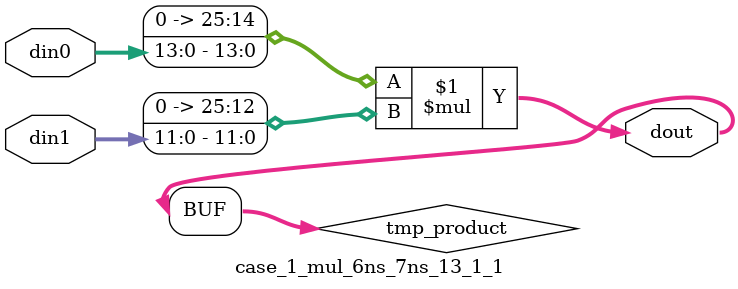
<source format=v>

`timescale 1 ns / 1 ps

 (* use_dsp = "no" *)  module case_1_mul_6ns_7ns_13_1_1(din0, din1, dout);
parameter ID = 1;
parameter NUM_STAGE = 0;
parameter din0_WIDTH = 14;
parameter din1_WIDTH = 12;
parameter dout_WIDTH = 26;

input [din0_WIDTH - 1 : 0] din0; 
input [din1_WIDTH - 1 : 0] din1; 
output [dout_WIDTH - 1 : 0] dout;

wire signed [dout_WIDTH - 1 : 0] tmp_product;
























assign tmp_product = $signed({1'b0, din0}) * $signed({1'b0, din1});











assign dout = tmp_product;





















endmodule

</source>
